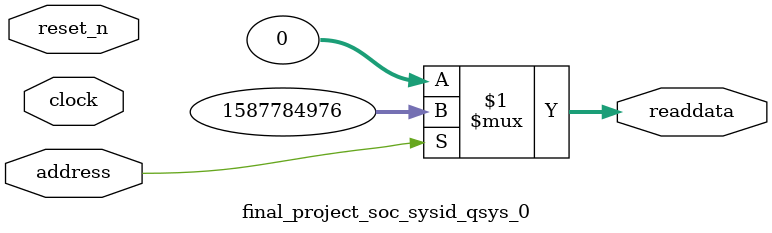
<source format=v>



// synthesis translate_off
`timescale 1ns / 1ps
// synthesis translate_on

// turn off superfluous verilog processor warnings 
// altera message_level Level1 
// altera message_off 10034 10035 10036 10037 10230 10240 10030 

module final_project_soc_sysid_qsys_0 (
               // inputs:
                address,
                clock,
                reset_n,

               // outputs:
                readdata
             )
;

  output  [ 31: 0] readdata;
  input            address;
  input            clock;
  input            reset_n;

  wire    [ 31: 0] readdata;
  //control_slave, which is an e_avalon_slave
  assign readdata = address ? 1587784976 : 0;

endmodule



</source>
